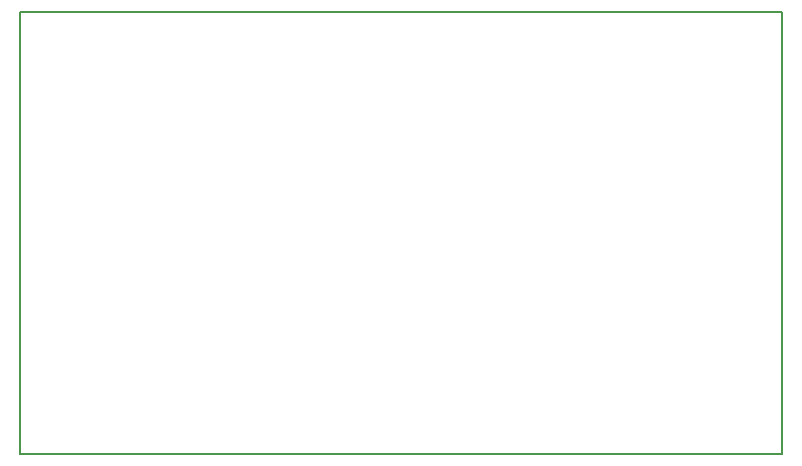
<source format=gbr>
%TF.GenerationSoftware,KiCad,Pcbnew,9.0.6*%
%TF.CreationDate,2026-01-05T22:50:17-06:00*%
%TF.ProjectId,learntosolderkit,6c656172-6e74-46f7-936f-6c6465726b69,rev?*%
%TF.SameCoordinates,Original*%
%TF.FileFunction,Profile,NP*%
%FSLAX46Y46*%
G04 Gerber Fmt 4.6, Leading zero omitted, Abs format (unit mm)*
G04 Created by KiCad (PCBNEW 9.0.6) date 2026-01-05 22:50:17*
%MOMM*%
%LPD*%
G01*
G04 APERTURE LIST*
%TA.AperFunction,Profile*%
%ADD10C,0.200000*%
%TD*%
G04 APERTURE END LIST*
D10*
X110500000Y-71500000D02*
X175000000Y-71500000D01*
X175000000Y-108900000D01*
X110500000Y-108900000D01*
X110500000Y-71500000D01*
M02*

</source>
